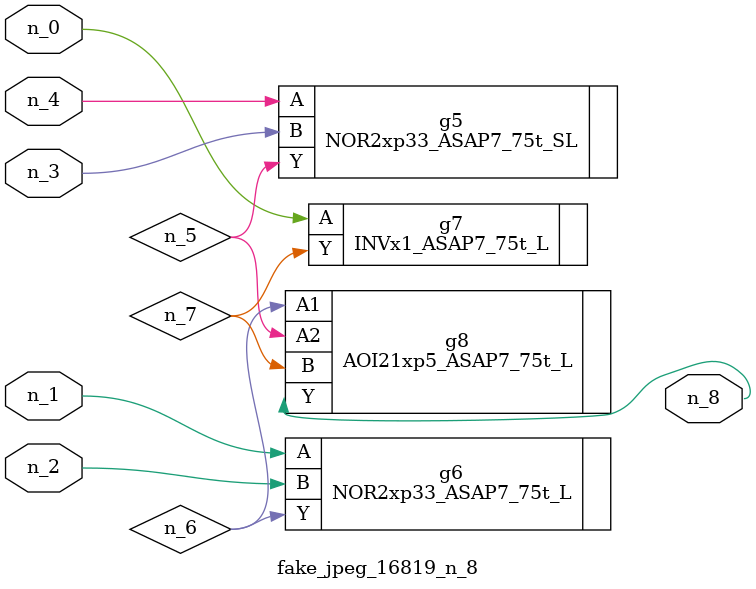
<source format=v>
module fake_jpeg_16819_n_8 (n_3, n_2, n_1, n_0, n_4, n_8);

input n_3;
input n_2;
input n_1;
input n_0;
input n_4;

output n_8;

wire n_6;
wire n_5;
wire n_7;

NOR2xp33_ASAP7_75t_SL g5 ( 
.A(n_4),
.B(n_3),
.Y(n_5)
);

NOR2xp33_ASAP7_75t_L g6 ( 
.A(n_1),
.B(n_2),
.Y(n_6)
);

INVx1_ASAP7_75t_L g7 ( 
.A(n_0),
.Y(n_7)
);

AOI21xp5_ASAP7_75t_L g8 ( 
.A1(n_6),
.A2(n_5),
.B(n_7),
.Y(n_8)
);


endmodule
</source>
